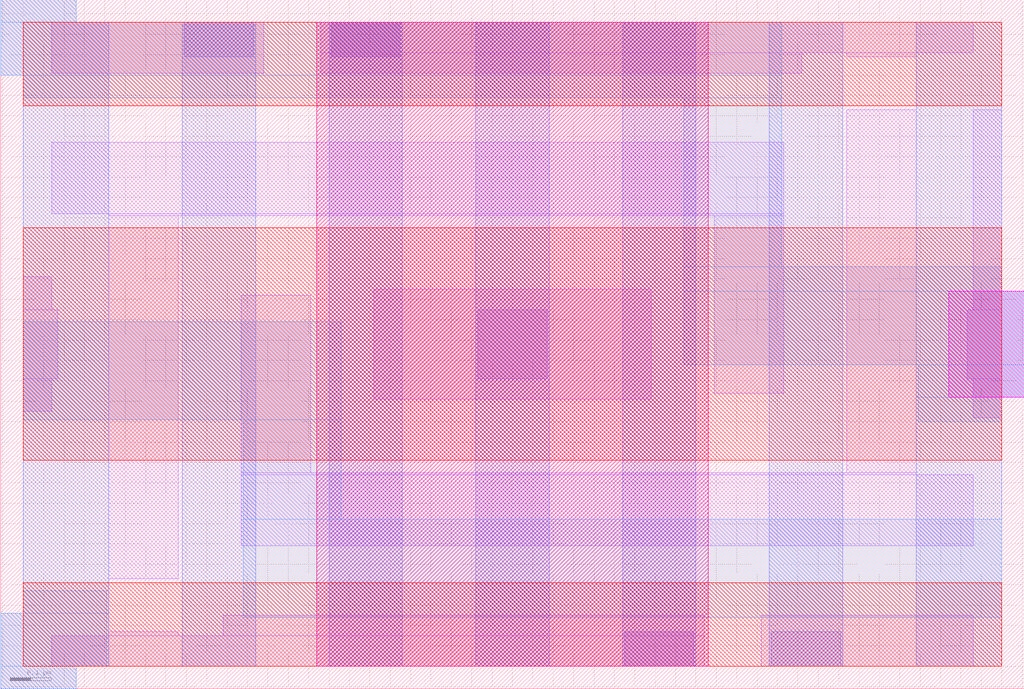
<source format=lef>
# Copyright 2020 The SkyWater PDK Authors
#
# Licensed under the Apache License, Version 2.0 (the "License");
# you may not use this file except in compliance with the License.
# You may obtain a copy of the License at
#
#     https://www.apache.org/licenses/LICENSE-2.0
#
# Unless required by applicable law or agreed to in writing, software
# distributed under the License is distributed on an "AS IS" BASIS,
# WITHOUT WARRANTIES OR CONDITIONS OF ANY KIND, either express or implied.
# See the License for the specific language governing permissions and
# limitations under the License.
#
# SPDX-License-Identifier: Apache-2.0

VERSION 5.7 ;
  NOWIREEXTENSIONATPIN ON ;
  DIVIDERCHAR "/" ;
  BUSBITCHARS "[]" ;
MACRO sky130_fd_bd_sram__sram_dp_cell_opt6a
  CLASS BLOCK ;
  FOREIGN sky130_fd_bd_sram__sram_dp_cell_opt6a ;
  ORIGIN  0.055000  0.055000 ;
  SIZE  2.510000 BY  1.690000 ;
  OBS
    LAYER li1 ;
      RECT 0.000000 0.625000 0.070000 0.705000 ;
      RECT 0.000000 0.705000 0.085000 0.875000 ;
      RECT 0.000000 0.875000 0.070000 0.955000 ;
      RECT 0.070000 0.000000 1.670000 0.075000 ;
      RECT 0.070000 1.110000 1.865000 1.285000 ;
      RECT 0.070000 1.455000 0.590000 1.580000 ;
      RECT 0.210000 0.075000 0.380000 0.085000 ;
      RECT 0.210000 0.215000 0.380000 1.105000 ;
      RECT 0.210000 1.105000 1.865000 1.110000 ;
      RECT 0.490000 0.075000 1.670000 0.125000 ;
      RECT 0.535000 0.295000 2.330000 0.470000 ;
      RECT 0.535000 0.470000 2.190000 0.475000 ;
      RECT 0.535000 0.475000 0.705000 0.910000 ;
      RECT 0.730000 1.455000 1.910000 1.505000 ;
      RECT 0.730000 1.505000 2.330000 1.580000 ;
      RECT 0.860000 0.655000 1.540000 0.925000 ;
      RECT 1.695000 0.670000 1.865000 1.105000 ;
      RECT 1.810000 0.000000 2.330000 0.125000 ;
      RECT 2.020000 0.475000 2.190000 1.365000 ;
      RECT 2.020000 1.495000 2.190000 1.505000 ;
      RECT 2.315000 0.705000 2.400000 0.875000 ;
      RECT 2.330000 0.610000 2.400000 0.705000 ;
      RECT 2.330000 0.875000 2.400000 1.365000 ;
    LAYER mcon ;
      RECT 0.395000 1.495000 0.565000 1.580000 ;
      RECT 0.755000 1.495000 0.925000 1.580000 ;
      RECT 1.115000 0.705000 1.285000 0.875000 ;
      RECT 1.475000 0.000000 1.645000 0.085000 ;
      RECT 1.835000 0.000000 2.005000 0.085000 ;
    LAYER met1 ;
      RECT -0.055000 -0.055000 0.130000 0.000000 ;
      RECT -0.055000  0.000000 0.210000 0.130000 ;
      RECT -0.055000  1.450000 0.210000 1.580000 ;
      RECT -0.055000  1.580000 0.130000 1.635000 ;
      RECT  0.000000  0.130000 0.210000 1.450000 ;
      RECT  0.390000  0.000000 0.570000 1.580000 ;
      RECT  0.750000  0.000000 0.930000 1.580000 ;
      RECT  1.110000  0.000000 1.290000 1.580000 ;
      RECT  1.470000  0.000000 1.650000 1.580000 ;
      RECT  1.830000  0.000000 2.010000 1.580000 ;
      RECT  2.190000  0.000000 2.400000 0.660000 ;
      RECT  2.190000  0.660000 2.455000 0.920000 ;
      RECT  2.190000  0.920000 2.400000 1.580000 ;
    LAYER met2 ;
      RECT -0.055000 -0.055000 0.130000 0.000000 ;
      RECT -0.055000  0.000000 0.205000 0.130000 ;
      RECT -0.055000  1.450000 1.860000 1.580000 ;
      RECT -0.055000  1.580000 0.130000 1.635000 ;
      RECT  0.000000  0.130000 0.205000 0.185000 ;
      RECT  0.000000  0.605000 0.780000 0.845000 ;
      RECT  0.000000  1.395000 1.860000 1.450000 ;
      RECT  0.540000  0.120000 2.400000 0.360000 ;
      RECT  0.540000  0.360000 0.780000 0.605000 ;
      RECT  1.620000  0.740000 2.455000 0.920000 ;
      RECT  1.620000  0.920000 2.400000 0.980000 ;
      RECT  1.620000  0.980000 1.860000 1.395000 ;
      RECT  2.195000  0.600000 2.400000 0.660000 ;
      RECT  2.195000  0.660000 2.455000 0.740000 ;
    LAYER met3 ;
      RECT 0.000000 0.000000 2.400000 0.205000 ;
      RECT 0.000000 0.505000 2.400000 1.075000 ;
      RECT 0.000000 1.375000 2.400000 1.580000 ;
    LAYER nwell ;
      RECT 0.720000 0.000000 1.680000 1.580000 ;
    LAYER via ;
      RECT 2.270000 0.660000 2.455000 0.920000 ;
  END
END sky130_fd_bd_sram__sram_dp_cell_opt6a
END LIBRARY

</source>
